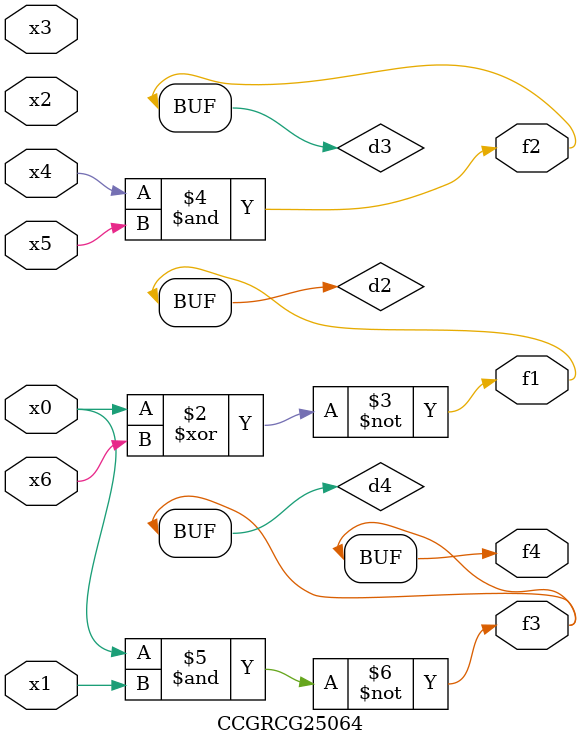
<source format=v>
module CCGRCG25064(
	input x0, x1, x2, x3, x4, x5, x6,
	output f1, f2, f3, f4
);

	wire d1, d2, d3, d4;

	nor (d1, x0);
	xnor (d2, x0, x6);
	and (d3, x4, x5);
	nand (d4, x0, x1);
	assign f1 = d2;
	assign f2 = d3;
	assign f3 = d4;
	assign f4 = d4;
endmodule

</source>
